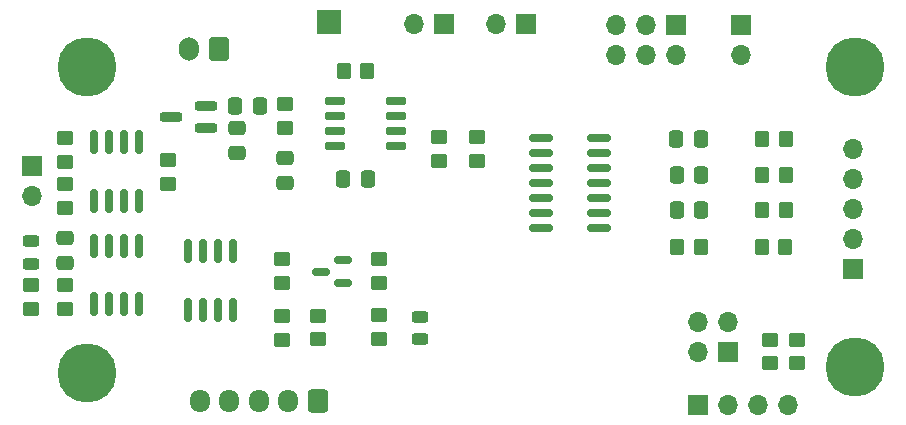
<source format=gbr>
%TF.GenerationSoftware,KiCad,Pcbnew,8.0.5*%
%TF.CreationDate,2024-11-08T12:04:52+01:00*%
%TF.ProjectId,SMD-Loetstation_v2,534d442d-4c6f-4657-9473-746174696f6e,rev?*%
%TF.SameCoordinates,Original*%
%TF.FileFunction,Soldermask,Top*%
%TF.FilePolarity,Negative*%
%FSLAX46Y46*%
G04 Gerber Fmt 4.6, Leading zero omitted, Abs format (unit mm)*
G04 Created by KiCad (PCBNEW 8.0.5) date 2024-11-08 12:04:52*
%MOMM*%
%LPD*%
G01*
G04 APERTURE LIST*
G04 Aperture macros list*
%AMRoundRect*
0 Rectangle with rounded corners*
0 $1 Rounding radius*
0 $2 $3 $4 $5 $6 $7 $8 $9 X,Y pos of 4 corners*
0 Add a 4 corners polygon primitive as box body*
4,1,4,$2,$3,$4,$5,$6,$7,$8,$9,$2,$3,0*
0 Add four circle primitives for the rounded corners*
1,1,$1+$1,$2,$3*
1,1,$1+$1,$4,$5*
1,1,$1+$1,$6,$7*
1,1,$1+$1,$8,$9*
0 Add four rect primitives between the rounded corners*
20,1,$1+$1,$2,$3,$4,$5,0*
20,1,$1+$1,$4,$5,$6,$7,0*
20,1,$1+$1,$6,$7,$8,$9,0*
20,1,$1+$1,$8,$9,$2,$3,0*%
G04 Aperture macros list end*
%ADD10RoundRect,0.250000X0.450000X-0.350000X0.450000X0.350000X-0.450000X0.350000X-0.450000X-0.350000X0*%
%ADD11RoundRect,0.250000X0.337500X0.475000X-0.337500X0.475000X-0.337500X-0.475000X0.337500X-0.475000X0*%
%ADD12RoundRect,0.250000X-0.350000X-0.450000X0.350000X-0.450000X0.350000X0.450000X-0.350000X0.450000X0*%
%ADD13RoundRect,0.250000X-0.450000X0.350000X-0.450000X-0.350000X0.450000X-0.350000X0.450000X0.350000X0*%
%ADD14C,5.000000*%
%ADD15R,1.700000X1.700000*%
%ADD16O,1.700000X1.700000*%
%ADD17RoundRect,0.150000X0.587500X0.150000X-0.587500X0.150000X-0.587500X-0.150000X0.587500X-0.150000X0*%
%ADD18RoundRect,0.200000X0.750000X0.200000X-0.750000X0.200000X-0.750000X-0.200000X0.750000X-0.200000X0*%
%ADD19RoundRect,0.150000X-0.150000X0.825000X-0.150000X-0.825000X0.150000X-0.825000X0.150000X0.825000X0*%
%ADD20RoundRect,0.250000X0.600000X0.750000X-0.600000X0.750000X-0.600000X-0.750000X0.600000X-0.750000X0*%
%ADD21O,1.700000X2.000000*%
%ADD22RoundRect,0.250000X0.475000X-0.337500X0.475000X0.337500X-0.475000X0.337500X-0.475000X-0.337500X0*%
%ADD23RoundRect,0.150000X-0.725000X-0.150000X0.725000X-0.150000X0.725000X0.150000X-0.725000X0.150000X0*%
%ADD24RoundRect,0.250000X-0.337500X-0.475000X0.337500X-0.475000X0.337500X0.475000X-0.337500X0.475000X0*%
%ADD25RoundRect,0.250000X0.350000X0.450000X-0.350000X0.450000X-0.350000X-0.450000X0.350000X-0.450000X0*%
%ADD26RoundRect,0.243750X-0.456250X0.243750X-0.456250X-0.243750X0.456250X-0.243750X0.456250X0.243750X0*%
%ADD27R,2.000000X2.000000*%
%ADD28RoundRect,0.150000X-0.825000X-0.150000X0.825000X-0.150000X0.825000X0.150000X-0.825000X0.150000X0*%
%ADD29RoundRect,0.250000X0.600000X0.725000X-0.600000X0.725000X-0.600000X-0.725000X0.600000X-0.725000X0*%
%ADD30O,1.700000X1.950000*%
G04 APERTURE END LIST*
D10*
%TO.C,R12*%
X139217400Y-86664800D03*
X139217400Y-84664800D03*
%TD*%
D11*
%TO.C,C3*%
X129997200Y-88170000D03*
X127922200Y-88170000D03*
%TD*%
D10*
%TO.C,R3*%
X125755400Y-101771200D03*
X125755400Y-99771200D03*
%TD*%
D12*
%TO.C,R10*%
X163379400Y-87814400D03*
X165379400Y-87814400D03*
%TD*%
D13*
%TO.C,R15*%
X104343200Y-84718600D03*
X104343200Y-86718600D03*
%TD*%
D11*
%TO.C,C5*%
X158226400Y-90849800D03*
X156151400Y-90849800D03*
%TD*%
D14*
%TO.C,H1*%
X106197400Y-78695800D03*
%TD*%
D13*
%TO.C,R17*%
X104343200Y-88627200D03*
X104343200Y-90627200D03*
%TD*%
%TO.C,R18*%
X136042400Y-84671400D03*
X136042400Y-86671400D03*
%TD*%
D15*
%TO.C,J2*%
X157962600Y-107308900D03*
D16*
X160502600Y-107308900D03*
X163042600Y-107308900D03*
X165582600Y-107308900D03*
%TD*%
D13*
%TO.C,R4*%
X122707400Y-94980200D03*
X122707400Y-96980200D03*
%TD*%
D10*
%TO.C,R21*%
X113080800Y-88579200D03*
X113080800Y-86579200D03*
%TD*%
%TO.C,R5*%
X130962400Y-96970600D03*
X130962400Y-94970600D03*
%TD*%
D17*
%TO.C,Q2*%
X127884400Y-96977200D03*
X127884400Y-95077200D03*
X126009400Y-96027200D03*
%TD*%
D10*
%TO.C,R19*%
X122707400Y-101803200D03*
X122707400Y-99803200D03*
%TD*%
D15*
%TO.C,J8*%
X161569400Y-75139800D03*
D16*
X161569400Y-77679800D03*
%TD*%
D15*
%TO.C,J4*%
X143383000Y-75082400D03*
D16*
X140843000Y-75082400D03*
%TD*%
D14*
%TO.C,H3*%
X106197400Y-104603800D03*
%TD*%
D15*
%TO.C,J7*%
X156108400Y-75139800D03*
D16*
X156108400Y-77679800D03*
X153568400Y-75139800D03*
X153568400Y-77679800D03*
X151028400Y-75139800D03*
X151028400Y-77679800D03*
%TD*%
D18*
%TO.C,U6*%
X116306600Y-83897800D03*
X116306600Y-81997800D03*
X113306600Y-82947800D03*
%TD*%
D19*
%TO.C,U5*%
X110591600Y-93827600D03*
X109321600Y-93827600D03*
X108051600Y-93827600D03*
X106781600Y-93827600D03*
X106781600Y-98777600D03*
X108051600Y-98777600D03*
X109321600Y-98777600D03*
X110591600Y-98777600D03*
%TD*%
D20*
%TO.C,J1*%
X117373400Y-77171800D03*
D21*
X114873400Y-77171800D03*
%TD*%
D22*
%TO.C,C1*%
X122961400Y-88496300D03*
X122961400Y-86421300D03*
%TD*%
D23*
%TO.C,U2*%
X127203200Y-81616800D03*
X127203200Y-82886800D03*
X127203200Y-84156800D03*
X127203200Y-85426800D03*
X132353200Y-85426800D03*
X132353200Y-84156800D03*
X132353200Y-82886800D03*
X132353200Y-81616800D03*
%TD*%
D14*
%TO.C,H2*%
X171221400Y-104095800D03*
%TD*%
D24*
%TO.C,C4*%
X156151400Y-87839800D03*
X158226400Y-87839800D03*
%TD*%
D25*
%TO.C,R8*%
X165379400Y-90811600D03*
X163379400Y-90811600D03*
%TD*%
D19*
%TO.C,Q1*%
X118600000Y-94298400D03*
X117330000Y-94298400D03*
X116060000Y-94298400D03*
X114790000Y-94298400D03*
X114790000Y-99248400D03*
X116060000Y-99248400D03*
X117330000Y-99248400D03*
X118600000Y-99248400D03*
%TD*%
D15*
%TO.C,J10*%
X101523800Y-87117000D03*
D16*
X101523800Y-89657000D03*
%TD*%
D25*
%TO.C,R9*%
X165347400Y-93910400D03*
X163347400Y-93910400D03*
%TD*%
D10*
%TO.C,R14*%
X130962400Y-101720400D03*
X130962400Y-99720400D03*
%TD*%
D13*
%TO.C,R20*%
X101498400Y-97161600D03*
X101498400Y-99161600D03*
%TD*%
D10*
%TO.C,R7*%
X164058600Y-103809800D03*
X164058600Y-101809800D03*
%TD*%
D24*
%TO.C,C7*%
X118752800Y-81997800D03*
X120827800Y-81997800D03*
%TD*%
D12*
%TO.C,R2*%
X127930400Y-79026000D03*
X129930400Y-79026000D03*
%TD*%
D10*
%TO.C,R1*%
X122961400Y-83870800D03*
X122961400Y-81870800D03*
%TD*%
D26*
%TO.C,D1*%
X134366000Y-99872800D03*
X134366000Y-101747800D03*
%TD*%
D13*
%TO.C,R16*%
X104317800Y-97161600D03*
X104317800Y-99161600D03*
%TD*%
D25*
%TO.C,R11*%
X165372800Y-84766400D03*
X163372800Y-84766400D03*
%TD*%
D22*
%TO.C,C8*%
X104317800Y-95274200D03*
X104317800Y-93199200D03*
%TD*%
D26*
%TO.C,D2*%
X101473000Y-93474300D03*
X101473000Y-95349300D03*
%TD*%
D22*
%TO.C,C6*%
X118897400Y-85977800D03*
X118897400Y-83902800D03*
%TD*%
D27*
%TO.C,GND*%
X126669800Y-74860400D03*
%TD*%
D15*
%TO.C,J3*%
X136423400Y-75031600D03*
D16*
X133883400Y-75031600D03*
%TD*%
D19*
%TO.C,U4*%
X110617000Y-85090000D03*
X109347000Y-85090000D03*
X108077000Y-85090000D03*
X106807000Y-85090000D03*
X106807000Y-90040000D03*
X108077000Y-90040000D03*
X109347000Y-90040000D03*
X110617000Y-90040000D03*
%TD*%
D28*
%TO.C,U1*%
X144627600Y-84683600D03*
X144627600Y-85953600D03*
X144627600Y-87223600D03*
X144627600Y-88493600D03*
X144627600Y-89763600D03*
X144627600Y-91033600D03*
X144627600Y-92303600D03*
X149577600Y-92303600D03*
X149577600Y-91033600D03*
X149577600Y-89763600D03*
X149577600Y-88493600D03*
X149577600Y-87223600D03*
X149577600Y-85953600D03*
X149577600Y-84683600D03*
%TD*%
D15*
%TO.C,J5*%
X171094400Y-95840800D03*
D16*
X171094400Y-93300800D03*
X171094400Y-90760800D03*
X171094400Y-88220800D03*
X171094400Y-85680800D03*
%TD*%
D10*
%TO.C,R6*%
X166344600Y-103809800D03*
X166344600Y-101809800D03*
%TD*%
D14*
%TO.C,H4*%
X171221400Y-78695800D03*
%TD*%
D12*
%TO.C,R13*%
X156167400Y-93935800D03*
X158167400Y-93935800D03*
%TD*%
D29*
%TO.C,J6*%
X125740800Y-107010200D03*
D30*
X123240800Y-107010200D03*
X120740800Y-107010200D03*
X118240800Y-107010200D03*
X115740800Y-107010200D03*
%TD*%
D24*
%TO.C,C2*%
X156108400Y-84791800D03*
X158183400Y-84791800D03*
%TD*%
D15*
%TO.C,J9*%
X160502600Y-102876600D03*
D16*
X157962600Y-102876600D03*
X160502600Y-100336600D03*
X157962600Y-100336600D03*
%TD*%
M02*

</source>
